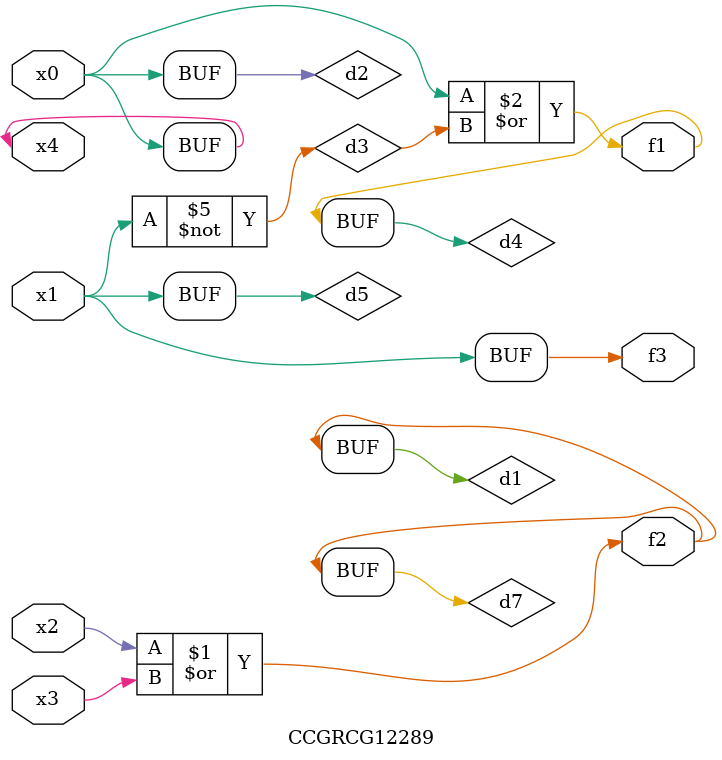
<source format=v>
module CCGRCG12289(
	input x0, x1, x2, x3, x4,
	output f1, f2, f3
);

	wire d1, d2, d3, d4, d5, d6, d7;

	or (d1, x2, x3);
	buf (d2, x0, x4);
	not (d3, x1);
	or (d4, d2, d3);
	not (d5, d3);
	nand (d6, d1, d3);
	or (d7, d1);
	assign f1 = d4;
	assign f2 = d7;
	assign f3 = d5;
endmodule

</source>
